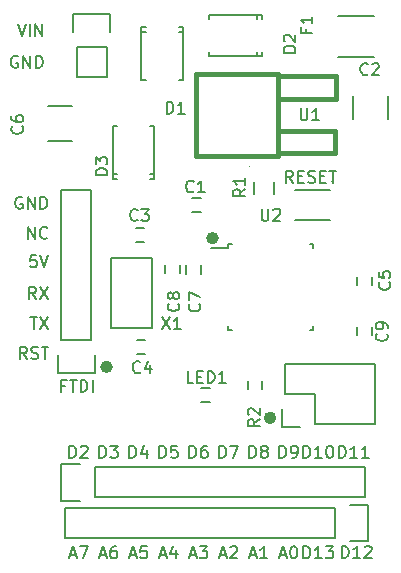
<source format=gto>
G04 #@! TF.FileFunction,Legend,Top*
%FSLAX46Y46*%
G04 Gerber Fmt 4.6, Leading zero omitted, Abs format (unit mm)*
G04 Created by KiCad (PCBNEW 4.0.1-3.201512221402+6198~38~ubuntu14.04.1-stable) date Sat 13 Aug 2016 03:05:42 PM PDT*
%MOMM*%
G01*
G04 APERTURE LIST*
%ADD10C,0.100000*%
%ADD11C,0.203200*%
%ADD12C,0.177800*%
%ADD13C,0.508000*%
%ADD14C,0.152400*%
%ADD15C,0.150000*%
%ADD16C,0.381000*%
G04 APERTURE END LIST*
D10*
D11*
X130333206Y-102389819D02*
X129994540Y-101906010D01*
X129752635Y-102389819D02*
X129752635Y-101373819D01*
X130139682Y-101373819D01*
X130236444Y-101422200D01*
X130284825Y-101470581D01*
X130333206Y-101567343D01*
X130333206Y-101712486D01*
X130284825Y-101809248D01*
X130236444Y-101857629D01*
X130139682Y-101906010D01*
X129752635Y-101906010D01*
X130768635Y-101857629D02*
X131107301Y-101857629D01*
X131252444Y-102389819D02*
X130768635Y-102389819D01*
X130768635Y-101373819D01*
X131252444Y-101373819D01*
X131639492Y-102341438D02*
X131784635Y-102389819D01*
X132026539Y-102389819D01*
X132123301Y-102341438D01*
X132171682Y-102293057D01*
X132220063Y-102196295D01*
X132220063Y-102099533D01*
X132171682Y-102002771D01*
X132123301Y-101954390D01*
X132026539Y-101906010D01*
X131833016Y-101857629D01*
X131736254Y-101809248D01*
X131687873Y-101760867D01*
X131639492Y-101664105D01*
X131639492Y-101567343D01*
X131687873Y-101470581D01*
X131736254Y-101422200D01*
X131833016Y-101373819D01*
X132074920Y-101373819D01*
X132220063Y-101422200D01*
X132655492Y-101857629D02*
X132994158Y-101857629D01*
X133139301Y-102389819D02*
X132655492Y-102389819D01*
X132655492Y-101373819D01*
X133139301Y-101373819D01*
X133429587Y-101373819D02*
X134010158Y-101373819D01*
X133719873Y-102389819D02*
X133719873Y-101373819D01*
D12*
X134222067Y-125681619D02*
X134222067Y-124665619D01*
X134463972Y-124665619D01*
X134609114Y-124714000D01*
X134705876Y-124810762D01*
X134754257Y-124907524D01*
X134802638Y-125101048D01*
X134802638Y-125246190D01*
X134754257Y-125439714D01*
X134705876Y-125536476D01*
X134609114Y-125633238D01*
X134463972Y-125681619D01*
X134222067Y-125681619D01*
X135770257Y-125681619D02*
X135189686Y-125681619D01*
X135479972Y-125681619D02*
X135479972Y-124665619D01*
X135383210Y-124810762D01*
X135286448Y-124907524D01*
X135189686Y-124955905D01*
X136737876Y-125681619D02*
X136157305Y-125681619D01*
X136447591Y-125681619D02*
X136447591Y-124665619D01*
X136350829Y-124810762D01*
X136254067Y-124907524D01*
X136157305Y-124955905D01*
X131224867Y-125681619D02*
X131224867Y-124665619D01*
X131466772Y-124665619D01*
X131611914Y-124714000D01*
X131708676Y-124810762D01*
X131757057Y-124907524D01*
X131805438Y-125101048D01*
X131805438Y-125246190D01*
X131757057Y-125439714D01*
X131708676Y-125536476D01*
X131611914Y-125633238D01*
X131466772Y-125681619D01*
X131224867Y-125681619D01*
X132773057Y-125681619D02*
X132192486Y-125681619D01*
X132482772Y-125681619D02*
X132482772Y-124665619D01*
X132386010Y-124810762D01*
X132289248Y-124907524D01*
X132192486Y-124955905D01*
X133402010Y-124665619D02*
X133498771Y-124665619D01*
X133595533Y-124714000D01*
X133643914Y-124762381D01*
X133692295Y-124859143D01*
X133740676Y-125052667D01*
X133740676Y-125294571D01*
X133692295Y-125488095D01*
X133643914Y-125584857D01*
X133595533Y-125633238D01*
X133498771Y-125681619D01*
X133402010Y-125681619D01*
X133305248Y-125633238D01*
X133256867Y-125584857D01*
X133208486Y-125488095D01*
X133160105Y-125294571D01*
X133160105Y-125052667D01*
X133208486Y-124859143D01*
X133256867Y-124762381D01*
X133305248Y-124714000D01*
X133402010Y-124665619D01*
X129195286Y-125681619D02*
X129195286Y-124665619D01*
X129437191Y-124665619D01*
X129582333Y-124714000D01*
X129679095Y-124810762D01*
X129727476Y-124907524D01*
X129775857Y-125101048D01*
X129775857Y-125246190D01*
X129727476Y-125439714D01*
X129679095Y-125536476D01*
X129582333Y-125633238D01*
X129437191Y-125681619D01*
X129195286Y-125681619D01*
X130259667Y-125681619D02*
X130453191Y-125681619D01*
X130549952Y-125633238D01*
X130598333Y-125584857D01*
X130695095Y-125439714D01*
X130743476Y-125246190D01*
X130743476Y-124859143D01*
X130695095Y-124762381D01*
X130646714Y-124714000D01*
X130549952Y-124665619D01*
X130356429Y-124665619D01*
X130259667Y-124714000D01*
X130211286Y-124762381D01*
X130162905Y-124859143D01*
X130162905Y-125101048D01*
X130211286Y-125197810D01*
X130259667Y-125246190D01*
X130356429Y-125294571D01*
X130549952Y-125294571D01*
X130646714Y-125246190D01*
X130695095Y-125197810D01*
X130743476Y-125101048D01*
X126655286Y-125681619D02*
X126655286Y-124665619D01*
X126897191Y-124665619D01*
X127042333Y-124714000D01*
X127139095Y-124810762D01*
X127187476Y-124907524D01*
X127235857Y-125101048D01*
X127235857Y-125246190D01*
X127187476Y-125439714D01*
X127139095Y-125536476D01*
X127042333Y-125633238D01*
X126897191Y-125681619D01*
X126655286Y-125681619D01*
X127816429Y-125101048D02*
X127719667Y-125052667D01*
X127671286Y-125004286D01*
X127622905Y-124907524D01*
X127622905Y-124859143D01*
X127671286Y-124762381D01*
X127719667Y-124714000D01*
X127816429Y-124665619D01*
X128009952Y-124665619D01*
X128106714Y-124714000D01*
X128155095Y-124762381D01*
X128203476Y-124859143D01*
X128203476Y-124907524D01*
X128155095Y-125004286D01*
X128106714Y-125052667D01*
X128009952Y-125101048D01*
X127816429Y-125101048D01*
X127719667Y-125149429D01*
X127671286Y-125197810D01*
X127622905Y-125294571D01*
X127622905Y-125488095D01*
X127671286Y-125584857D01*
X127719667Y-125633238D01*
X127816429Y-125681619D01*
X128009952Y-125681619D01*
X128106714Y-125633238D01*
X128155095Y-125584857D01*
X128203476Y-125488095D01*
X128203476Y-125294571D01*
X128155095Y-125197810D01*
X128106714Y-125149429D01*
X128009952Y-125101048D01*
X124115286Y-125681619D02*
X124115286Y-124665619D01*
X124357191Y-124665619D01*
X124502333Y-124714000D01*
X124599095Y-124810762D01*
X124647476Y-124907524D01*
X124695857Y-125101048D01*
X124695857Y-125246190D01*
X124647476Y-125439714D01*
X124599095Y-125536476D01*
X124502333Y-125633238D01*
X124357191Y-125681619D01*
X124115286Y-125681619D01*
X125034524Y-124665619D02*
X125711857Y-124665619D01*
X125276429Y-125681619D01*
X121575286Y-125681619D02*
X121575286Y-124665619D01*
X121817191Y-124665619D01*
X121962333Y-124714000D01*
X122059095Y-124810762D01*
X122107476Y-124907524D01*
X122155857Y-125101048D01*
X122155857Y-125246190D01*
X122107476Y-125439714D01*
X122059095Y-125536476D01*
X121962333Y-125633238D01*
X121817191Y-125681619D01*
X121575286Y-125681619D01*
X123026714Y-124665619D02*
X122833191Y-124665619D01*
X122736429Y-124714000D01*
X122688048Y-124762381D01*
X122591286Y-124907524D01*
X122542905Y-125101048D01*
X122542905Y-125488095D01*
X122591286Y-125584857D01*
X122639667Y-125633238D01*
X122736429Y-125681619D01*
X122929952Y-125681619D01*
X123026714Y-125633238D01*
X123075095Y-125584857D01*
X123123476Y-125488095D01*
X123123476Y-125246190D01*
X123075095Y-125149429D01*
X123026714Y-125101048D01*
X122929952Y-125052667D01*
X122736429Y-125052667D01*
X122639667Y-125101048D01*
X122591286Y-125149429D01*
X122542905Y-125246190D01*
X119035286Y-125681619D02*
X119035286Y-124665619D01*
X119277191Y-124665619D01*
X119422333Y-124714000D01*
X119519095Y-124810762D01*
X119567476Y-124907524D01*
X119615857Y-125101048D01*
X119615857Y-125246190D01*
X119567476Y-125439714D01*
X119519095Y-125536476D01*
X119422333Y-125633238D01*
X119277191Y-125681619D01*
X119035286Y-125681619D01*
X120535095Y-124665619D02*
X120051286Y-124665619D01*
X120002905Y-125149429D01*
X120051286Y-125101048D01*
X120148048Y-125052667D01*
X120389952Y-125052667D01*
X120486714Y-125101048D01*
X120535095Y-125149429D01*
X120583476Y-125246190D01*
X120583476Y-125488095D01*
X120535095Y-125584857D01*
X120486714Y-125633238D01*
X120389952Y-125681619D01*
X120148048Y-125681619D01*
X120051286Y-125633238D01*
X120002905Y-125584857D01*
X116495286Y-125681619D02*
X116495286Y-124665619D01*
X116737191Y-124665619D01*
X116882333Y-124714000D01*
X116979095Y-124810762D01*
X117027476Y-124907524D01*
X117075857Y-125101048D01*
X117075857Y-125246190D01*
X117027476Y-125439714D01*
X116979095Y-125536476D01*
X116882333Y-125633238D01*
X116737191Y-125681619D01*
X116495286Y-125681619D01*
X117946714Y-125004286D02*
X117946714Y-125681619D01*
X117704810Y-124617238D02*
X117462905Y-125342952D01*
X118091857Y-125342952D01*
X113955286Y-125681619D02*
X113955286Y-124665619D01*
X114197191Y-124665619D01*
X114342333Y-124714000D01*
X114439095Y-124810762D01*
X114487476Y-124907524D01*
X114535857Y-125101048D01*
X114535857Y-125246190D01*
X114487476Y-125439714D01*
X114439095Y-125536476D01*
X114342333Y-125633238D01*
X114197191Y-125681619D01*
X113955286Y-125681619D01*
X114874524Y-124665619D02*
X115503476Y-124665619D01*
X115164810Y-125052667D01*
X115309952Y-125052667D01*
X115406714Y-125101048D01*
X115455095Y-125149429D01*
X115503476Y-125246190D01*
X115503476Y-125488095D01*
X115455095Y-125584857D01*
X115406714Y-125633238D01*
X115309952Y-125681619D01*
X115019667Y-125681619D01*
X114922905Y-125633238D01*
X114874524Y-125584857D01*
X111415286Y-125681619D02*
X111415286Y-124665619D01*
X111657191Y-124665619D01*
X111802333Y-124714000D01*
X111899095Y-124810762D01*
X111947476Y-124907524D01*
X111995857Y-125101048D01*
X111995857Y-125246190D01*
X111947476Y-125439714D01*
X111899095Y-125536476D01*
X111802333Y-125633238D01*
X111657191Y-125681619D01*
X111415286Y-125681619D01*
X112382905Y-124762381D02*
X112431286Y-124714000D01*
X112528048Y-124665619D01*
X112769952Y-124665619D01*
X112866714Y-124714000D01*
X112915095Y-124762381D01*
X112963476Y-124859143D01*
X112963476Y-124955905D01*
X112915095Y-125101048D01*
X112334524Y-125681619D01*
X112963476Y-125681619D01*
X134476067Y-134165219D02*
X134476067Y-133149219D01*
X134717972Y-133149219D01*
X134863114Y-133197600D01*
X134959876Y-133294362D01*
X135008257Y-133391124D01*
X135056638Y-133584648D01*
X135056638Y-133729790D01*
X135008257Y-133923314D01*
X134959876Y-134020076D01*
X134863114Y-134116838D01*
X134717972Y-134165219D01*
X134476067Y-134165219D01*
X136024257Y-134165219D02*
X135443686Y-134165219D01*
X135733972Y-134165219D02*
X135733972Y-133149219D01*
X135637210Y-133294362D01*
X135540448Y-133391124D01*
X135443686Y-133439505D01*
X136411305Y-133245981D02*
X136459686Y-133197600D01*
X136556448Y-133149219D01*
X136798352Y-133149219D01*
X136895114Y-133197600D01*
X136943495Y-133245981D01*
X136991876Y-133342743D01*
X136991876Y-133439505D01*
X136943495Y-133584648D01*
X136362924Y-134165219D01*
X136991876Y-134165219D01*
X131224867Y-134190619D02*
X131224867Y-133174619D01*
X131466772Y-133174619D01*
X131611914Y-133223000D01*
X131708676Y-133319762D01*
X131757057Y-133416524D01*
X131805438Y-133610048D01*
X131805438Y-133755190D01*
X131757057Y-133948714D01*
X131708676Y-134045476D01*
X131611914Y-134142238D01*
X131466772Y-134190619D01*
X131224867Y-134190619D01*
X132773057Y-134190619D02*
X132192486Y-134190619D01*
X132482772Y-134190619D02*
X132482772Y-133174619D01*
X132386010Y-133319762D01*
X132289248Y-133416524D01*
X132192486Y-133464905D01*
X133111724Y-133174619D02*
X133740676Y-133174619D01*
X133402010Y-133561667D01*
X133547152Y-133561667D01*
X133643914Y-133610048D01*
X133692295Y-133658429D01*
X133740676Y-133755190D01*
X133740676Y-133997095D01*
X133692295Y-134093857D01*
X133643914Y-134142238D01*
X133547152Y-134190619D01*
X133256867Y-134190619D01*
X133160105Y-134142238D01*
X133111724Y-134093857D01*
X129241248Y-133900333D02*
X129725057Y-133900333D01*
X129144486Y-134190619D02*
X129483153Y-133174619D01*
X129821819Y-134190619D01*
X130354010Y-133174619D02*
X130450771Y-133174619D01*
X130547533Y-133223000D01*
X130595914Y-133271381D01*
X130644295Y-133368143D01*
X130692676Y-133561667D01*
X130692676Y-133803571D01*
X130644295Y-133997095D01*
X130595914Y-134093857D01*
X130547533Y-134142238D01*
X130450771Y-134190619D01*
X130354010Y-134190619D01*
X130257248Y-134142238D01*
X130208867Y-134093857D01*
X130160486Y-133997095D01*
X130112105Y-133803571D01*
X130112105Y-133561667D01*
X130160486Y-133368143D01*
X130208867Y-133271381D01*
X130257248Y-133223000D01*
X130354010Y-133174619D01*
X126701248Y-133900333D02*
X127185057Y-133900333D01*
X126604486Y-134190619D02*
X126943153Y-133174619D01*
X127281819Y-134190619D01*
X128152676Y-134190619D02*
X127572105Y-134190619D01*
X127862391Y-134190619D02*
X127862391Y-133174619D01*
X127765629Y-133319762D01*
X127668867Y-133416524D01*
X127572105Y-133464905D01*
X124161248Y-133900333D02*
X124645057Y-133900333D01*
X124064486Y-134190619D02*
X124403153Y-133174619D01*
X124741819Y-134190619D01*
X125032105Y-133271381D02*
X125080486Y-133223000D01*
X125177248Y-133174619D01*
X125419152Y-133174619D01*
X125515914Y-133223000D01*
X125564295Y-133271381D01*
X125612676Y-133368143D01*
X125612676Y-133464905D01*
X125564295Y-133610048D01*
X124983724Y-134190619D01*
X125612676Y-134190619D01*
X121621248Y-133900333D02*
X122105057Y-133900333D01*
X121524486Y-134190619D02*
X121863153Y-133174619D01*
X122201819Y-134190619D01*
X122443724Y-133174619D02*
X123072676Y-133174619D01*
X122734010Y-133561667D01*
X122879152Y-133561667D01*
X122975914Y-133610048D01*
X123024295Y-133658429D01*
X123072676Y-133755190D01*
X123072676Y-133997095D01*
X123024295Y-134093857D01*
X122975914Y-134142238D01*
X122879152Y-134190619D01*
X122588867Y-134190619D01*
X122492105Y-134142238D01*
X122443724Y-134093857D01*
X119081248Y-133900333D02*
X119565057Y-133900333D01*
X118984486Y-134190619D02*
X119323153Y-133174619D01*
X119661819Y-134190619D01*
X120435914Y-133513286D02*
X120435914Y-134190619D01*
X120194010Y-133126238D02*
X119952105Y-133851952D01*
X120581057Y-133851952D01*
X116541248Y-133900333D02*
X117025057Y-133900333D01*
X116444486Y-134190619D02*
X116783153Y-133174619D01*
X117121819Y-134190619D01*
X117944295Y-133174619D02*
X117460486Y-133174619D01*
X117412105Y-133658429D01*
X117460486Y-133610048D01*
X117557248Y-133561667D01*
X117799152Y-133561667D01*
X117895914Y-133610048D01*
X117944295Y-133658429D01*
X117992676Y-133755190D01*
X117992676Y-133997095D01*
X117944295Y-134093857D01*
X117895914Y-134142238D01*
X117799152Y-134190619D01*
X117557248Y-134190619D01*
X117460486Y-134142238D01*
X117412105Y-134093857D01*
X114001248Y-133900333D02*
X114485057Y-133900333D01*
X113904486Y-134190619D02*
X114243153Y-133174619D01*
X114581819Y-134190619D01*
X115355914Y-133174619D02*
X115162391Y-133174619D01*
X115065629Y-133223000D01*
X115017248Y-133271381D01*
X114920486Y-133416524D01*
X114872105Y-133610048D01*
X114872105Y-133997095D01*
X114920486Y-134093857D01*
X114968867Y-134142238D01*
X115065629Y-134190619D01*
X115259152Y-134190619D01*
X115355914Y-134142238D01*
X115404295Y-134093857D01*
X115452676Y-133997095D01*
X115452676Y-133755190D01*
X115404295Y-133658429D01*
X115355914Y-133610048D01*
X115259152Y-133561667D01*
X115065629Y-133561667D01*
X114968867Y-133610048D01*
X114920486Y-133658429D01*
X114872105Y-133755190D01*
X111461248Y-133900333D02*
X111945057Y-133900333D01*
X111364486Y-134190619D02*
X111703153Y-133174619D01*
X112041819Y-134190619D01*
X112283724Y-133174619D02*
X112961057Y-133174619D01*
X112525629Y-134190619D01*
D11*
X111050009Y-119561429D02*
X110711343Y-119561429D01*
X110711343Y-120093619D02*
X110711343Y-119077619D01*
X111195152Y-119077619D01*
X111437057Y-119077619D02*
X112017628Y-119077619D01*
X111727343Y-120093619D02*
X111727343Y-119077619D01*
X112356295Y-120093619D02*
X112356295Y-119077619D01*
X112598200Y-119077619D01*
X112743342Y-119126000D01*
X112840104Y-119222762D01*
X112888485Y-119319524D01*
X112936866Y-119513048D01*
X112936866Y-119658190D01*
X112888485Y-119851714D01*
X112840104Y-119948476D01*
X112743342Y-120045238D01*
X112598200Y-120093619D01*
X112356295Y-120093619D01*
X113372295Y-120093619D02*
X113372295Y-119077619D01*
X107889524Y-107139619D02*
X107889524Y-106123619D01*
X108470095Y-107139619D01*
X108470095Y-106123619D01*
X109534476Y-107042857D02*
X109486095Y-107091238D01*
X109340952Y-107139619D01*
X109244190Y-107139619D01*
X109099048Y-107091238D01*
X109002286Y-106994476D01*
X108953905Y-106897714D01*
X108905524Y-106704190D01*
X108905524Y-106559048D01*
X108953905Y-106365524D01*
X109002286Y-106268762D01*
X109099048Y-106172000D01*
X109244190Y-106123619D01*
X109340952Y-106123619D01*
X109486095Y-106172000D01*
X109534476Y-106220381D01*
D13*
X114837981Y-117983000D02*
G75*
G03X114837981Y-117983000I-283981J0D01*
G01*
X123804181Y-107086400D02*
G75*
G03X123804181Y-107086400I-283981J0D01*
G01*
X128680981Y-122301000D02*
G75*
G03X128680981Y-122301000I-283981J0D01*
G01*
D11*
X107024714Y-91694000D02*
X106927952Y-91645619D01*
X106782809Y-91645619D01*
X106637667Y-91694000D01*
X106540905Y-91790762D01*
X106492524Y-91887524D01*
X106444143Y-92081048D01*
X106444143Y-92226190D01*
X106492524Y-92419714D01*
X106540905Y-92516476D01*
X106637667Y-92613238D01*
X106782809Y-92661619D01*
X106879571Y-92661619D01*
X107024714Y-92613238D01*
X107073095Y-92564857D01*
X107073095Y-92226190D01*
X106879571Y-92226190D01*
X107508524Y-92661619D02*
X107508524Y-91645619D01*
X108089095Y-92661619D01*
X108089095Y-91645619D01*
X108572905Y-92661619D02*
X108572905Y-91645619D01*
X108814810Y-91645619D01*
X108959952Y-91694000D01*
X109056714Y-91790762D01*
X109105095Y-91887524D01*
X109153476Y-92081048D01*
X109153476Y-92226190D01*
X109105095Y-92419714D01*
X109056714Y-92516476D01*
X108959952Y-92613238D01*
X108814810Y-92661619D01*
X108572905Y-92661619D01*
X107024714Y-88978619D02*
X107363381Y-89994619D01*
X107702047Y-88978619D01*
X108040714Y-89994619D02*
X108040714Y-88978619D01*
X108524524Y-89994619D02*
X108524524Y-88978619D01*
X109105095Y-89994619D01*
X109105095Y-88978619D01*
X107792762Y-117299619D02*
X107454096Y-116815810D01*
X107212191Y-117299619D02*
X107212191Y-116283619D01*
X107599238Y-116283619D01*
X107696000Y-116332000D01*
X107744381Y-116380381D01*
X107792762Y-116477143D01*
X107792762Y-116622286D01*
X107744381Y-116719048D01*
X107696000Y-116767429D01*
X107599238Y-116815810D01*
X107212191Y-116815810D01*
X108179810Y-117251238D02*
X108324953Y-117299619D01*
X108566857Y-117299619D01*
X108663619Y-117251238D01*
X108712000Y-117202857D01*
X108760381Y-117106095D01*
X108760381Y-117009333D01*
X108712000Y-116912571D01*
X108663619Y-116864190D01*
X108566857Y-116815810D01*
X108373334Y-116767429D01*
X108276572Y-116719048D01*
X108228191Y-116670667D01*
X108179810Y-116573905D01*
X108179810Y-116477143D01*
X108228191Y-116380381D01*
X108276572Y-116332000D01*
X108373334Y-116283619D01*
X108615238Y-116283619D01*
X108760381Y-116332000D01*
X109050667Y-116283619D02*
X109631238Y-116283619D01*
X109340953Y-117299619D02*
X109340953Y-116283619D01*
X108083048Y-113743619D02*
X108663619Y-113743619D01*
X108373334Y-114759619D02*
X108373334Y-113743619D01*
X108905524Y-113743619D02*
X109582857Y-114759619D01*
X109582857Y-113743619D02*
X108905524Y-114759619D01*
X108566857Y-112219619D02*
X108228191Y-111735810D01*
X107986286Y-112219619D02*
X107986286Y-111203619D01*
X108373333Y-111203619D01*
X108470095Y-111252000D01*
X108518476Y-111300381D01*
X108566857Y-111397143D01*
X108566857Y-111542286D01*
X108518476Y-111639048D01*
X108470095Y-111687429D01*
X108373333Y-111735810D01*
X107986286Y-111735810D01*
X108905524Y-111203619D02*
X109582857Y-112219619D01*
X109582857Y-111203619D02*
X108905524Y-112219619D01*
X108615238Y-108536619D02*
X108131429Y-108536619D01*
X108083048Y-109020429D01*
X108131429Y-108972048D01*
X108228191Y-108923667D01*
X108470095Y-108923667D01*
X108566857Y-108972048D01*
X108615238Y-109020429D01*
X108663619Y-109117190D01*
X108663619Y-109359095D01*
X108615238Y-109455857D01*
X108566857Y-109504238D01*
X108470095Y-109552619D01*
X108228191Y-109552619D01*
X108131429Y-109504238D01*
X108083048Y-109455857D01*
X108953905Y-108536619D02*
X109292572Y-109552619D01*
X109631238Y-108536619D01*
X107405714Y-103632000D02*
X107308952Y-103583619D01*
X107163809Y-103583619D01*
X107018667Y-103632000D01*
X106921905Y-103728762D01*
X106873524Y-103825524D01*
X106825143Y-104019048D01*
X106825143Y-104164190D01*
X106873524Y-104357714D01*
X106921905Y-104454476D01*
X107018667Y-104551238D01*
X107163809Y-104599619D01*
X107260571Y-104599619D01*
X107405714Y-104551238D01*
X107454095Y-104502857D01*
X107454095Y-104164190D01*
X107260571Y-104164190D01*
X107889524Y-104599619D02*
X107889524Y-103583619D01*
X108470095Y-104599619D01*
X108470095Y-103583619D01*
X108953905Y-104599619D02*
X108953905Y-103583619D01*
X109195810Y-103583619D01*
X109340952Y-103632000D01*
X109437714Y-103728762D01*
X109486095Y-103825524D01*
X109534476Y-104019048D01*
X109534476Y-104164190D01*
X109486095Y-104357714D01*
X109437714Y-104454476D01*
X109340952Y-104551238D01*
X109195810Y-104599619D01*
X108953905Y-104599619D01*
D14*
X114909600Y-108737400D02*
X118414800Y-108737400D01*
X114909600Y-108737400D02*
X114909600Y-114731800D01*
X118414800Y-108737400D02*
X118414800Y-114731800D01*
X114909600Y-114731800D02*
X118414800Y-114731800D01*
D15*
X132207000Y-122809000D02*
X137287000Y-122809000D01*
X129387000Y-123089000D02*
X129387000Y-121539000D01*
X129667000Y-120269000D02*
X132207000Y-120269000D01*
X132207000Y-120269000D02*
X132207000Y-122809000D01*
X137287000Y-122809000D02*
X137287000Y-117729000D01*
X137287000Y-117729000D02*
X132207000Y-117729000D01*
X129387000Y-123089000D02*
X130937000Y-123089000D01*
X129667000Y-117729000D02*
X129667000Y-120269000D01*
X132207000Y-117729000D02*
X129667000Y-117729000D01*
X110718600Y-115722400D02*
X110718600Y-103022400D01*
X110718600Y-103022400D02*
X113258600Y-103022400D01*
X113258600Y-103022400D02*
X113258600Y-115722400D01*
X110438600Y-118542400D02*
X110438600Y-116992400D01*
X110718600Y-115722400D02*
X113258600Y-115722400D01*
X113538600Y-116992400D02*
X113538600Y-118542400D01*
X113538600Y-118542400D02*
X110438600Y-118542400D01*
D16*
X133951980Y-95298260D02*
X129052320Y-95298260D01*
X133951980Y-95298260D02*
X133951980Y-93395800D01*
X133951980Y-93395800D02*
X129052320Y-93395800D01*
X133903720Y-99898200D02*
X129052320Y-99898200D01*
X133903720Y-99898200D02*
X133903720Y-97995740D01*
X133903720Y-97995740D02*
X129052320Y-97995740D01*
X122153680Y-100096320D02*
X122153680Y-93197680D01*
X122153680Y-93197680D02*
X129052320Y-93197680D01*
X129052320Y-93197680D02*
X129052320Y-100096320D01*
X129052320Y-100096320D02*
X122153680Y-100096320D01*
D15*
X127727000Y-119145000D02*
X127727000Y-119845000D01*
X126527000Y-119845000D02*
X126527000Y-119145000D01*
X128739000Y-103370000D02*
X128739000Y-102370000D01*
X127039000Y-102370000D02*
X127039000Y-103370000D01*
X122586000Y-119796000D02*
X123286000Y-119796000D01*
X123286000Y-120996000D02*
X122586000Y-120996000D01*
X133883400Y-132486400D02*
X111023400Y-132486400D01*
X111023400Y-132486400D02*
X111023400Y-129946400D01*
X111023400Y-129946400D02*
X133883400Y-129946400D01*
X136703400Y-132766400D02*
X135153400Y-132766400D01*
X133883400Y-132486400D02*
X133883400Y-129946400D01*
X135153400Y-129666400D02*
X136703400Y-129666400D01*
X136703400Y-129666400D02*
X136703400Y-132766400D01*
X113538000Y-126492000D02*
X136398000Y-126492000D01*
X136398000Y-126492000D02*
X136398000Y-129032000D01*
X136398000Y-129032000D02*
X113538000Y-129032000D01*
X110718000Y-126212000D02*
X112268000Y-126212000D01*
X113538000Y-126492000D02*
X113538000Y-129032000D01*
X112268000Y-129312000D02*
X110718000Y-129312000D01*
X110718000Y-129312000D02*
X110718000Y-126212000D01*
X114554000Y-90932000D02*
X114554000Y-93472000D01*
X114834000Y-88112000D02*
X114834000Y-89662000D01*
X114554000Y-90932000D02*
X112014000Y-90932000D01*
X111734000Y-89662000D02*
X111734000Y-88112000D01*
X111734000Y-88112000D02*
X114834000Y-88112000D01*
X112014000Y-90932000D02*
X112014000Y-93472000D01*
X112014000Y-93472000D02*
X114554000Y-93472000D01*
X134112000Y-91768000D02*
X137160000Y-91768000D01*
X137160000Y-88318000D02*
X134112000Y-88318000D01*
X118590060Y-101621140D02*
X118239540Y-101621140D01*
X115089940Y-101621140D02*
X115440460Y-101621140D01*
X118590060Y-97571560D02*
X118239540Y-97571560D01*
X118590060Y-102072440D02*
X118239540Y-102072440D01*
X115089940Y-102072440D02*
X115440460Y-102072440D01*
X115089940Y-97571560D02*
X115440460Y-97571560D01*
X118590060Y-102072440D02*
X118590060Y-97571560D01*
X115089940Y-102072440D02*
X115089940Y-97571560D01*
X127275140Y-88165940D02*
X127275140Y-88516460D01*
X127275140Y-91666060D02*
X127275140Y-91315540D01*
X123225560Y-88165940D02*
X123225560Y-88516460D01*
X127726440Y-88165940D02*
X127726440Y-88516460D01*
X127726440Y-91666060D02*
X127726440Y-91315540D01*
X123225560Y-91666060D02*
X123225560Y-91315540D01*
X127726440Y-88165940D02*
X123225560Y-88165940D01*
X127726440Y-91666060D02*
X123225560Y-91666060D01*
X117502940Y-89640860D02*
X117853460Y-89640860D01*
X121003060Y-89640860D02*
X120652540Y-89640860D01*
X117502940Y-93690440D02*
X117853460Y-93690440D01*
X117502940Y-89189560D02*
X117853460Y-89189560D01*
X121003060Y-89189560D02*
X120652540Y-89189560D01*
X121003060Y-93690440D02*
X120652540Y-93690440D01*
X117502940Y-89189560D02*
X117502940Y-93690440D01*
X121003060Y-89189560D02*
X121003060Y-93690440D01*
X136998000Y-114585000D02*
X136998000Y-115285000D01*
X135798000Y-115285000D02*
X135798000Y-114585000D01*
X119542000Y-110078000D02*
X119542000Y-109378000D01*
X120742000Y-109378000D02*
X120742000Y-110078000D01*
X121320000Y-110090000D02*
X121320000Y-109390000D01*
X122520000Y-109390000D02*
X122520000Y-110090000D01*
X109617000Y-98884000D02*
X111617000Y-98884000D01*
X111617000Y-95934000D02*
X109617000Y-95934000D01*
X135798000Y-111094000D02*
X135798000Y-110394000D01*
X136998000Y-110394000D02*
X136998000Y-111094000D01*
X117825000Y-116932000D02*
X117125000Y-116932000D01*
X117125000Y-115732000D02*
X117825000Y-115732000D01*
X117010000Y-106207000D02*
X117710000Y-106207000D01*
X117710000Y-107407000D02*
X117010000Y-107407000D01*
X138381000Y-97012000D02*
X138381000Y-95012000D01*
X135431000Y-95012000D02*
X135431000Y-97012000D01*
X122524000Y-104867000D02*
X121824000Y-104867000D01*
X121824000Y-103667000D02*
X122524000Y-103667000D01*
X133468320Y-103017000D02*
X130468320Y-103017000D01*
X133468320Y-105517000D02*
X130468320Y-105517000D01*
D10*
X133575000Y-102267000D02*
X133575000Y-102267000D01*
X126652980Y-100953820D02*
X126652980Y-100953820D01*
D15*
X124822800Y-107576200D02*
X124822800Y-107901200D01*
X132072800Y-107576200D02*
X132072800Y-107901200D01*
X132072800Y-114826200D02*
X132072800Y-114501200D01*
X124822800Y-114826200D02*
X124822800Y-114501200D01*
X124822800Y-107576200D02*
X125147800Y-107576200D01*
X124822800Y-114826200D02*
X125147800Y-114826200D01*
X132072800Y-114826200D02*
X131747800Y-114826200D01*
X132072800Y-107576200D02*
X131747800Y-107576200D01*
X124822800Y-107901200D02*
X123397800Y-107901200D01*
X119266436Y-113795561D02*
X119933103Y-114795561D01*
X119933103Y-113795561D02*
X119266436Y-114795561D01*
X120837865Y-114795561D02*
X120266436Y-114795561D01*
X120552150Y-114795561D02*
X120552150Y-113795561D01*
X120456912Y-113938418D01*
X120361674Y-114033656D01*
X120266436Y-114081275D01*
X130982815Y-96099381D02*
X130982815Y-96908905D01*
X131030434Y-97004143D01*
X131078053Y-97051762D01*
X131173291Y-97099381D01*
X131363768Y-97099381D01*
X131459006Y-97051762D01*
X131506625Y-97004143D01*
X131554244Y-96908905D01*
X131554244Y-96099381D01*
X132554244Y-97099381D02*
X131982815Y-97099381D01*
X132268529Y-97099381D02*
X132268529Y-96099381D01*
X132173291Y-96242238D01*
X132078053Y-96337476D01*
X131982815Y-96385095D01*
X127505721Y-122427026D02*
X127029530Y-122760360D01*
X127505721Y-122998455D02*
X126505721Y-122998455D01*
X126505721Y-122617502D01*
X126553340Y-122522264D01*
X126600959Y-122474645D01*
X126696197Y-122427026D01*
X126839054Y-122427026D01*
X126934292Y-122474645D01*
X126981911Y-122522264D01*
X127029530Y-122617502D01*
X127029530Y-122998455D01*
X126600959Y-122046074D02*
X126553340Y-121998455D01*
X126505721Y-121903217D01*
X126505721Y-121665121D01*
X126553340Y-121569883D01*
X126600959Y-121522264D01*
X126696197Y-121474645D01*
X126791435Y-121474645D01*
X126934292Y-121522264D01*
X127505721Y-122093693D01*
X127505721Y-121474645D01*
X126294141Y-102935066D02*
X125817950Y-103268400D01*
X126294141Y-103506495D02*
X125294141Y-103506495D01*
X125294141Y-103125542D01*
X125341760Y-103030304D01*
X125389379Y-102982685D01*
X125484617Y-102935066D01*
X125627474Y-102935066D01*
X125722712Y-102982685D01*
X125770331Y-103030304D01*
X125817950Y-103125542D01*
X125817950Y-103506495D01*
X126294141Y-101982685D02*
X126294141Y-102554114D01*
X126294141Y-102268400D02*
X125294141Y-102268400D01*
X125436998Y-102363638D01*
X125532236Y-102458876D01*
X125579855Y-102554114D01*
X121886953Y-119338381D02*
X121410762Y-119338381D01*
X121410762Y-118338381D01*
X122220286Y-118814571D02*
X122553620Y-118814571D01*
X122696477Y-119338381D02*
X122220286Y-119338381D01*
X122220286Y-118338381D01*
X122696477Y-118338381D01*
X123125048Y-119338381D02*
X123125048Y-118338381D01*
X123363143Y-118338381D01*
X123506001Y-118386000D01*
X123601239Y-118481238D01*
X123648858Y-118576476D01*
X123696477Y-118766952D01*
X123696477Y-118909810D01*
X123648858Y-119100286D01*
X123601239Y-119195524D01*
X123506001Y-119290762D01*
X123363143Y-119338381D01*
X123125048Y-119338381D01*
X124648858Y-119338381D02*
X124077429Y-119338381D01*
X124363143Y-119338381D02*
X124363143Y-118338381D01*
X124267905Y-118481238D01*
X124172667Y-118576476D01*
X124077429Y-118624095D01*
X131459931Y-89370493D02*
X131459931Y-89703827D01*
X131983741Y-89703827D02*
X130983741Y-89703827D01*
X130983741Y-89227636D01*
X131983741Y-88322874D02*
X131983741Y-88894303D01*
X131983741Y-88608589D02*
X130983741Y-88608589D01*
X131126598Y-88703827D01*
X131221836Y-88799065D01*
X131269455Y-88894303D01*
X114625381Y-101753895D02*
X113625381Y-101753895D01*
X113625381Y-101515800D01*
X113673000Y-101372942D01*
X113768238Y-101277704D01*
X113863476Y-101230085D01*
X114053952Y-101182466D01*
X114196810Y-101182466D01*
X114387286Y-101230085D01*
X114482524Y-101277704D01*
X114577762Y-101372942D01*
X114625381Y-101515800D01*
X114625381Y-101753895D01*
X113625381Y-100849133D02*
X113625381Y-100230085D01*
X114006333Y-100563419D01*
X114006333Y-100420561D01*
X114053952Y-100325323D01*
X114101571Y-100277704D01*
X114196810Y-100230085D01*
X114434905Y-100230085D01*
X114530143Y-100277704D01*
X114577762Y-100325323D01*
X114625381Y-100420561D01*
X114625381Y-100706276D01*
X114577762Y-100801514D01*
X114530143Y-100849133D01*
X130541021Y-91370375D02*
X129541021Y-91370375D01*
X129541021Y-91132280D01*
X129588640Y-90989422D01*
X129683878Y-90894184D01*
X129779116Y-90846565D01*
X129969592Y-90798946D01*
X130112450Y-90798946D01*
X130302926Y-90846565D01*
X130398164Y-90894184D01*
X130493402Y-90989422D01*
X130541021Y-91132280D01*
X130541021Y-91370375D01*
X129636259Y-90417994D02*
X129588640Y-90370375D01*
X129541021Y-90275137D01*
X129541021Y-90037041D01*
X129588640Y-89941803D01*
X129636259Y-89894184D01*
X129731497Y-89846565D01*
X129826735Y-89846565D01*
X129969592Y-89894184D01*
X130541021Y-90465613D01*
X130541021Y-89846565D01*
X119632505Y-96540581D02*
X119632505Y-95540581D01*
X119870600Y-95540581D01*
X120013458Y-95588200D01*
X120108696Y-95683438D01*
X120156315Y-95778676D01*
X120203934Y-95969152D01*
X120203934Y-96112010D01*
X120156315Y-96302486D01*
X120108696Y-96397724D01*
X120013458Y-96492962D01*
X119870600Y-96540581D01*
X119632505Y-96540581D01*
X121156315Y-96540581D02*
X120584886Y-96540581D01*
X120870600Y-96540581D02*
X120870600Y-95540581D01*
X120775362Y-95683438D01*
X120680124Y-95778676D01*
X120584886Y-95826295D01*
X138265143Y-115171666D02*
X138312762Y-115219285D01*
X138360381Y-115362142D01*
X138360381Y-115457380D01*
X138312762Y-115600238D01*
X138217524Y-115695476D01*
X138122286Y-115743095D01*
X137931810Y-115790714D01*
X137788952Y-115790714D01*
X137598476Y-115743095D01*
X137503238Y-115695476D01*
X137408000Y-115600238D01*
X137360381Y-115457380D01*
X137360381Y-115362142D01*
X137408000Y-115219285D01*
X137455619Y-115171666D01*
X138360381Y-114695476D02*
X138360381Y-114505000D01*
X138312762Y-114409761D01*
X138265143Y-114362142D01*
X138122286Y-114266904D01*
X137931810Y-114219285D01*
X137550857Y-114219285D01*
X137455619Y-114266904D01*
X137408000Y-114314523D01*
X137360381Y-114409761D01*
X137360381Y-114600238D01*
X137408000Y-114695476D01*
X137455619Y-114743095D01*
X137550857Y-114790714D01*
X137788952Y-114790714D01*
X137884190Y-114743095D01*
X137931810Y-114695476D01*
X137979429Y-114600238D01*
X137979429Y-114409761D01*
X137931810Y-114314523D01*
X137884190Y-114266904D01*
X137788952Y-114219285D01*
X120621063Y-112622626D02*
X120668682Y-112670245D01*
X120716301Y-112813102D01*
X120716301Y-112908340D01*
X120668682Y-113051198D01*
X120573444Y-113146436D01*
X120478206Y-113194055D01*
X120287730Y-113241674D01*
X120144872Y-113241674D01*
X119954396Y-113194055D01*
X119859158Y-113146436D01*
X119763920Y-113051198D01*
X119716301Y-112908340D01*
X119716301Y-112813102D01*
X119763920Y-112670245D01*
X119811539Y-112622626D01*
X120144872Y-112051198D02*
X120097253Y-112146436D01*
X120049634Y-112194055D01*
X119954396Y-112241674D01*
X119906777Y-112241674D01*
X119811539Y-112194055D01*
X119763920Y-112146436D01*
X119716301Y-112051198D01*
X119716301Y-111860721D01*
X119763920Y-111765483D01*
X119811539Y-111717864D01*
X119906777Y-111670245D01*
X119954396Y-111670245D01*
X120049634Y-111717864D01*
X120097253Y-111765483D01*
X120144872Y-111860721D01*
X120144872Y-112051198D01*
X120192491Y-112146436D01*
X120240110Y-112194055D01*
X120335349Y-112241674D01*
X120525825Y-112241674D01*
X120621063Y-112194055D01*
X120668682Y-112146436D01*
X120716301Y-112051198D01*
X120716301Y-111860721D01*
X120668682Y-111765483D01*
X120621063Y-111717864D01*
X120525825Y-111670245D01*
X120335349Y-111670245D01*
X120240110Y-111717864D01*
X120192491Y-111765483D01*
X120144872Y-111860721D01*
X122404143Y-112663266D02*
X122451762Y-112710885D01*
X122499381Y-112853742D01*
X122499381Y-112948980D01*
X122451762Y-113091838D01*
X122356524Y-113187076D01*
X122261286Y-113234695D01*
X122070810Y-113282314D01*
X121927952Y-113282314D01*
X121737476Y-113234695D01*
X121642238Y-113187076D01*
X121547000Y-113091838D01*
X121499381Y-112948980D01*
X121499381Y-112853742D01*
X121547000Y-112710885D01*
X121594619Y-112663266D01*
X121499381Y-112329933D02*
X121499381Y-111663266D01*
X122499381Y-112091838D01*
X107392743Y-97626466D02*
X107440362Y-97674085D01*
X107487981Y-97816942D01*
X107487981Y-97912180D01*
X107440362Y-98055038D01*
X107345124Y-98150276D01*
X107249886Y-98197895D01*
X107059410Y-98245514D01*
X106916552Y-98245514D01*
X106726076Y-98197895D01*
X106630838Y-98150276D01*
X106535600Y-98055038D01*
X106487981Y-97912180D01*
X106487981Y-97816942D01*
X106535600Y-97674085D01*
X106583219Y-97626466D01*
X106487981Y-96769323D02*
X106487981Y-96959800D01*
X106535600Y-97055038D01*
X106583219Y-97102657D01*
X106726076Y-97197895D01*
X106916552Y-97245514D01*
X107297505Y-97245514D01*
X107392743Y-97197895D01*
X107440362Y-97150276D01*
X107487981Y-97055038D01*
X107487981Y-96864561D01*
X107440362Y-96769323D01*
X107392743Y-96721704D01*
X107297505Y-96674085D01*
X107059410Y-96674085D01*
X106964171Y-96721704D01*
X106916552Y-96769323D01*
X106868933Y-96864561D01*
X106868933Y-97055038D01*
X106916552Y-97150276D01*
X106964171Y-97197895D01*
X107059410Y-97245514D01*
X138495043Y-110821766D02*
X138542662Y-110869385D01*
X138590281Y-111012242D01*
X138590281Y-111107480D01*
X138542662Y-111250338D01*
X138447424Y-111345576D01*
X138352186Y-111393195D01*
X138161710Y-111440814D01*
X138018852Y-111440814D01*
X137828376Y-111393195D01*
X137733138Y-111345576D01*
X137637900Y-111250338D01*
X137590281Y-111107480D01*
X137590281Y-111012242D01*
X137637900Y-110869385D01*
X137685519Y-110821766D01*
X137590281Y-109917004D02*
X137590281Y-110393195D01*
X138066471Y-110440814D01*
X138018852Y-110393195D01*
X137971233Y-110297957D01*
X137971233Y-110059861D01*
X138018852Y-109964623D01*
X138066471Y-109917004D01*
X138161710Y-109869385D01*
X138399805Y-109869385D01*
X138495043Y-109917004D01*
X138542662Y-109964623D01*
X138590281Y-110059861D01*
X138590281Y-110297957D01*
X138542662Y-110393195D01*
X138495043Y-110440814D01*
X117404854Y-118416343D02*
X117357235Y-118463962D01*
X117214378Y-118511581D01*
X117119140Y-118511581D01*
X116976282Y-118463962D01*
X116881044Y-118368724D01*
X116833425Y-118273486D01*
X116785806Y-118083010D01*
X116785806Y-117940152D01*
X116833425Y-117749676D01*
X116881044Y-117654438D01*
X116976282Y-117559200D01*
X117119140Y-117511581D01*
X117214378Y-117511581D01*
X117357235Y-117559200D01*
X117404854Y-117606819D01*
X118261997Y-117844914D02*
X118261997Y-118511581D01*
X118023901Y-117463962D02*
X117785806Y-118178248D01*
X118404854Y-118178248D01*
X117176254Y-105533463D02*
X117128635Y-105581082D01*
X116985778Y-105628701D01*
X116890540Y-105628701D01*
X116747682Y-105581082D01*
X116652444Y-105485844D01*
X116604825Y-105390606D01*
X116557206Y-105200130D01*
X116557206Y-105057272D01*
X116604825Y-104866796D01*
X116652444Y-104771558D01*
X116747682Y-104676320D01*
X116890540Y-104628701D01*
X116985778Y-104628701D01*
X117128635Y-104676320D01*
X117176254Y-104723939D01*
X117509587Y-104628701D02*
X118128635Y-104628701D01*
X117795301Y-105009653D01*
X117938159Y-105009653D01*
X118033397Y-105057272D01*
X118081016Y-105104891D01*
X118128635Y-105200130D01*
X118128635Y-105438225D01*
X118081016Y-105533463D01*
X118033397Y-105581082D01*
X117938159Y-105628701D01*
X117652444Y-105628701D01*
X117557206Y-105581082D01*
X117509587Y-105533463D01*
X136673294Y-93189063D02*
X136625675Y-93236682D01*
X136482818Y-93284301D01*
X136387580Y-93284301D01*
X136244722Y-93236682D01*
X136149484Y-93141444D01*
X136101865Y-93046206D01*
X136054246Y-92855730D01*
X136054246Y-92712872D01*
X136101865Y-92522396D01*
X136149484Y-92427158D01*
X136244722Y-92331920D01*
X136387580Y-92284301D01*
X136482818Y-92284301D01*
X136625675Y-92331920D01*
X136673294Y-92379539D01*
X137054246Y-92379539D02*
X137101865Y-92331920D01*
X137197103Y-92284301D01*
X137435199Y-92284301D01*
X137530437Y-92331920D01*
X137578056Y-92379539D01*
X137625675Y-92474777D01*
X137625675Y-92570015D01*
X137578056Y-92712872D01*
X137006627Y-93284301D01*
X137625675Y-93284301D01*
X121920974Y-103120463D02*
X121873355Y-103168082D01*
X121730498Y-103215701D01*
X121635260Y-103215701D01*
X121492402Y-103168082D01*
X121397164Y-103072844D01*
X121349545Y-102977606D01*
X121301926Y-102787130D01*
X121301926Y-102644272D01*
X121349545Y-102453796D01*
X121397164Y-102358558D01*
X121492402Y-102263320D01*
X121635260Y-102215701D01*
X121730498Y-102215701D01*
X121873355Y-102263320D01*
X121920974Y-102310939D01*
X122873355Y-103215701D02*
X122301926Y-103215701D01*
X122587640Y-103215701D02*
X122587640Y-102215701D01*
X122492402Y-102358558D01*
X122397164Y-102453796D01*
X122301926Y-102501415D01*
X127685895Y-104603581D02*
X127685895Y-105413105D01*
X127733514Y-105508343D01*
X127781133Y-105555962D01*
X127876371Y-105603581D01*
X128066848Y-105603581D01*
X128162086Y-105555962D01*
X128209705Y-105508343D01*
X128257324Y-105413105D01*
X128257324Y-104603581D01*
X128685895Y-104698819D02*
X128733514Y-104651200D01*
X128828752Y-104603581D01*
X129066848Y-104603581D01*
X129162086Y-104651200D01*
X129209705Y-104698819D01*
X129257324Y-104794057D01*
X129257324Y-104889295D01*
X129209705Y-105032152D01*
X128638276Y-105603581D01*
X129257324Y-105603581D01*
M02*

</source>
